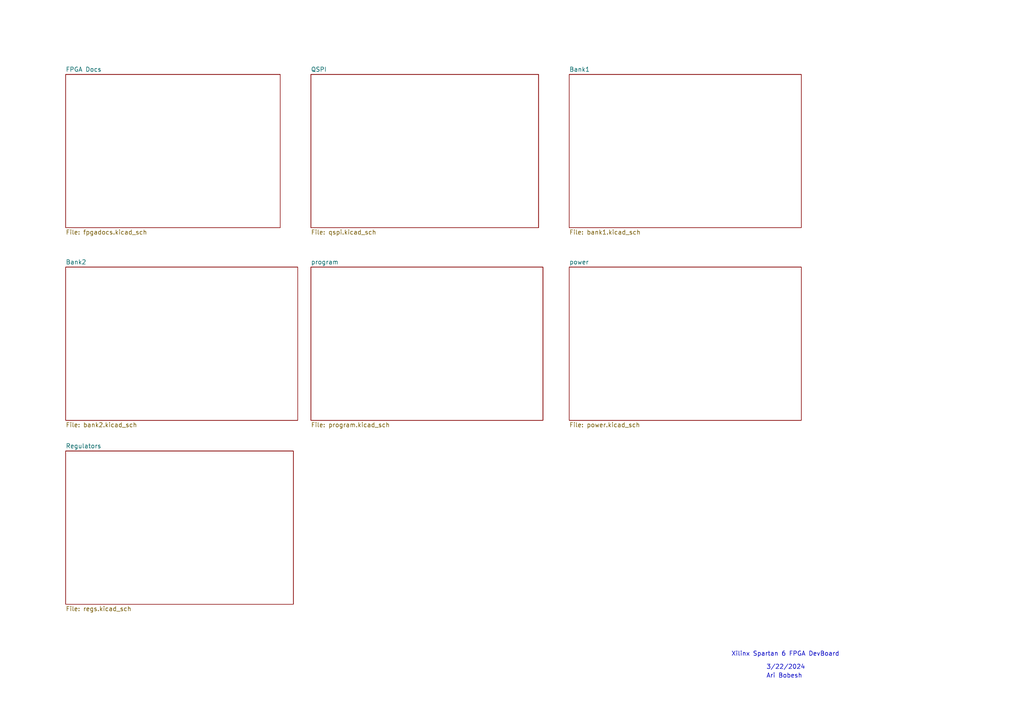
<source format=kicad_sch>
(kicad_sch (version 20230121) (generator eeschema)
  (paper "A4")
  (lib_symbols)
  (text "Xilinx Spartan 6 FPGA DevBoard" (at 212.09 190.5 0) (effects (font (size 1.27 1.27)) (justify left bottom)))
  (text "Ari Bobesh" (at 222.25 196.85 0) (effects (font (size 1.27 1.27)) (justify left bottom)))
  (text "3/22/2024" (at 222.25 194.31 0) (effects (font (size 1.27 1.27)) (justify left bottom)))
  (sheet (at 165.1 21.59) (size 67.31 44.45) (stroke (width 0.1524))
    (property "Sheetname" "Bank1" (at 165.1 20.8784 0) (effects (justify left bottom)))
    (property "Sheetfile" "bank1.kicad_sch" (at 165.1 66.6246 0) (effects (justify left top)))
  )
  (sheet (at 165.1 77.47) (size 67.31 44.45) (stroke (width 0.1524))
    (property "Sheetname" "power" (at 165.1 76.7584 0) (effects (justify left bottom)))
    (property "Sheetfile" "power.kicad_sch" (at 165.1 122.5046 0) (effects (justify left top)))
  )
  (sheet (at 90.17 77.47) (size 67.31 44.45) (stroke (width 0.1524))
    (property "Sheetname" "program" (at 90.17 76.7584 0) (effects (justify left bottom)))
    (property "Sheetfile" "program.kicad_sch" (at 90.17 122.5046 0) (effects (justify left top)))
  )
  (sheet (at 19.05 77.47) (size 67.31 44.45) (stroke (width 0.1524))
    (property "Sheetname" "Bank2" (at 19.05 76.7584 0) (effects (justify left bottom)))
    (property "Sheetfile" "bank2.kicad_sch" (at 19.05 122.5046 0) (effects (justify left top)))
  )
  (sheet (at 19.05 130.81) (size 66.04 44.45) (stroke (width 0.1524))
    (property "Sheetname" "Regulators" (at 19.05 130.0984 0) (effects (justify left bottom)))
    (property "Sheetfile" "regs.kicad_sch" (at 19.05 175.8446 0) (effects (justify left top)))
  )
  (sheet (at 19.05 21.59) (size 62.23 44.45) (stroke (width 0.1524))
    (property "Sheetname" "FPGA Docs" (at 19.05 20.8784 0) (effects (justify left bottom)))
    (property "Sheetfile" "fpgadocs.kicad_sch" (at 19.05 66.6246 0) (effects (justify left top)))
  )
  (sheet (at 90.17 21.59) (size 66.04 44.45) (stroke (width 0.1524))
    (property "Sheetname" "QSPI" (at 90.17 20.8784 0) (effects (justify left bottom)))
    (property "Sheetfile" "qspi.kicad_sch" (at 90.17 66.6246 0) (effects (justify left top)))
  )
)
</source>
